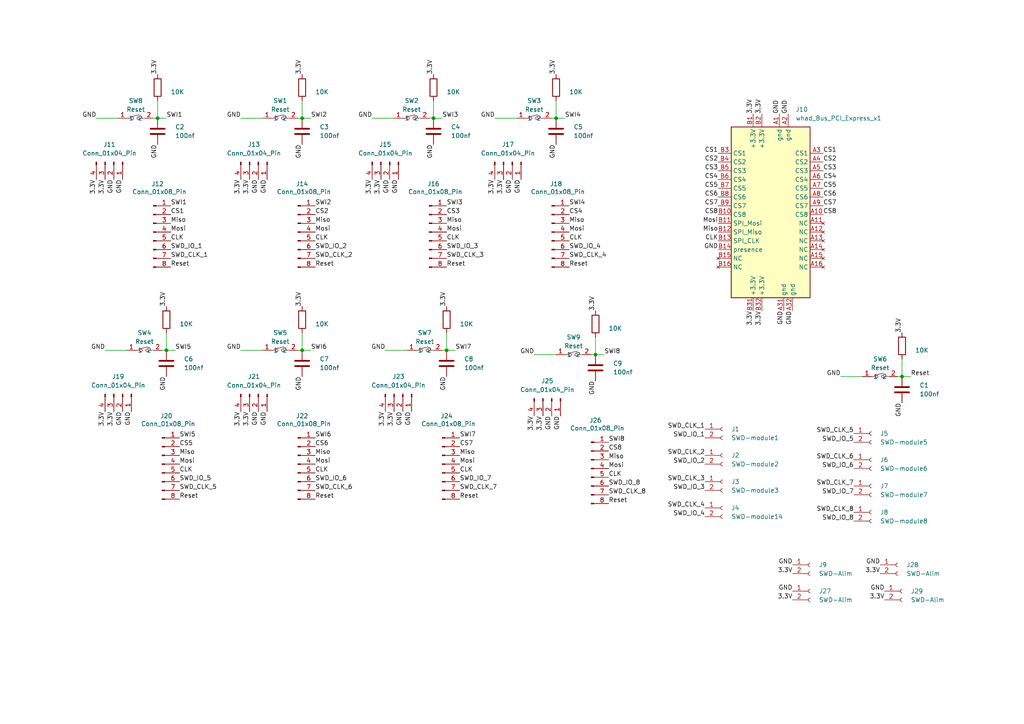
<source format=kicad_sch>
(kicad_sch (version 20250114) (generator "eeschema") (generator_version "9.0")
  (paper "A4")
  (lib_symbols
    (symbol "Connector:Conn_01x02_Socket" (pin_names (offset 1.016) (hide yes))
      (property "Reference" "J" (at 0 2.54 0))
      (property "Value" "Conn_01x02_Socket" (at 0 -5.08 0))
      (symbol "Conn_01x02_Socket_1_1"
        (polyline (pts (xy -1.27 0) (xy -0.508 0)) (stroke (width 0.1524)))
        (polyline (pts (xy -1.27 -2.54) (xy -0.508 -2.54)) (stroke (width 0.1524)))
        (arc (start 0 -0.508) (mid -0.5058 0) (end 0 0.508) (stroke (width 0.1524)))
        (arc (start 0 -3.048) (mid -0.5058 -2.54) (end 0 -2.032) (stroke (width 0.1524)))
        (pin passive line (at -5.08 0 0) (length 3.81) (name "Pin_1") (number "1"))
        (pin passive line (at -5.08 -2.54 0) (length 3.81) (name "Pin_2") (number "2"))
      )
    )
    (symbol "Connector:Conn_01x04_Pin" (pin_names (offset 1.016) (hide yes))
      (property "Reference" "J" (at 0 5.08 0))
      (property "Value" "Conn_01x04_Pin" (at 0 -7.62 0))
      (symbol "Conn_01x04_Pin_1_1"
        (rectangle (start 0.8636 2.667) (end 0 2.413) (stroke (width 0.1524)) (fill (type outline)))
        (rectangle (start 0.8636 0.127) (end 0 -0.127) (stroke (width 0.1524)) (fill (type outline)))
        (rectangle (start 0.8636 -2.413) (end 0 -2.667) (stroke (width 0.1524)) (fill (type outline)))
        (rectangle (start 0.8636 -4.953) (end 0 -5.207) (stroke (width 0.1524)) (fill (type outline)))
        (polyline (pts (xy 1.27 2.54) (xy 0.8636 2.54)) (stroke (width 0.1524)))
        (polyline (pts (xy 1.27 0) (xy 0.8636 0)) (stroke (width 0.1524)))
        (polyline (pts (xy 1.27 -2.54) (xy 0.8636 -2.54)) (stroke (width 0.1524)))
        (polyline (pts (xy 1.27 -5.08) (xy 0.8636 -5.08)) (stroke (width 0.1524)))
        (pin passive line (at 5.08 2.54 180) (length 3.81) (name "Pin_1") (number "1"))
        (pin passive line (at 5.08 0 180) (length 3.81) (name "Pin_2") (number "2"))
        (pin passive line (at 5.08 -2.54 180) (length 3.81) (name "Pin_3") (number "3"))
        (pin passive line (at 5.08 -5.08 180) (length 3.81) (name "Pin_4") (number "4"))
      )
    )
    (symbol "Connector:Conn_01x08_Pin" (pin_names (offset 1.016) (hide yes))
      (property "Reference" "J" (at 0 10.16 0))
      (property "Value" "Conn_01x08_Pin" (at 0 -12.7 0))
      (symbol "Conn_01x08_Pin_1_1"
        (rectangle (start 0.8636 7.747) (end 0 7.493) (stroke (width 0.1524)) (fill (type outline)))
        (rectangle (start 0.8636 5.207) (end 0 4.953) (stroke (width 0.1524)) (fill (type outline)))
        (rectangle (start 0.8636 2.667) (end 0 2.413) (stroke (width 0.1524)) (fill (type outline)))
        (rectangle (start 0.8636 0.127) (end 0 -0.127) (stroke (width 0.1524)) (fill (type outline)))
        (rectangle (start 0.8636 -2.413) (end 0 -2.667) (stroke (width 0.1524)) (fill (type outline)))
        (rectangle (start 0.8636 -4.953) (end 0 -5.207) (stroke (width 0.1524)) (fill (type outline)))
        (rectangle (start 0.8636 -7.493) (end 0 -7.747) (stroke (width 0.1524)) (fill (type outline)))
        (rectangle (start 0.8636 -10.033) (end 0 -10.287) (stroke (width 0.1524)) (fill (type outline)))
        (polyline (pts (xy 1.27 7.62) (xy 0.8636 7.62)) (stroke (width 0.1524)))
        (polyline (pts (xy 1.27 5.08) (xy 0.8636 5.08)) (stroke (width 0.1524)))
        (polyline (pts (xy 1.27 2.54) (xy 0.8636 2.54)) (stroke (width 0.1524)))
        (polyline (pts (xy 1.27 0) (xy 0.8636 0)) (stroke (width 0.1524)))
        (polyline (pts (xy 1.27 -2.54) (xy 0.8636 -2.54)) (stroke (width 0.1524)))
        (polyline (pts (xy 1.27 -5.08) (xy 0.8636 -5.08)) (stroke (width 0.1524)))
        (polyline (pts (xy 1.27 -7.62) (xy 0.8636 -7.62)) (stroke (width 0.1524)))
        (polyline (pts (xy 1.27 -10.16) (xy 0.8636 -10.16)) (stroke (width 0.1524)))
        (pin passive line (at 5.08 7.62 180) (length 3.81) (name "Pin_1") (number "1"))
        (pin passive line (at 5.08 5.08 180) (length 3.81) (name "Pin_2") (number "2"))
        (pin passive line (at 5.08 2.54 180) (length 3.81) (name "Pin_3") (number "3"))
        (pin passive line (at 5.08 0 180) (length 3.81) (name "Pin_4") (number "4"))
        (pin passive line (at 5.08 -2.54 180) (length 3.81) (name "Pin_5") (number "5"))
        (pin passive line (at 5.08 -5.08 180) (length 3.81) (name "Pin_6") (number "6"))
        (pin passive line (at 5.08 -7.62 180) (length 3.81) (name "Pin_7") (number "7"))
        (pin passive line (at 5.08 -10.16 180) (length 3.81) (name "Pin_8") (number "8"))
      )
    )
    (symbol "Device:C" (pin_numbers (hide yes)) (pin_names (offset 0.254))
      (property "Reference" "C" (at 0.635 2.54 0))
      (property "Value" "C" (at 0.635 -2.54 0))
      (symbol "C_0_1"
        (polyline (pts (xy -2.032 0.762) (xy 2.032 0.762)) (stroke (width 0.508)))
        (polyline (pts (xy -2.032 -0.762) (xy 2.032 -0.762)) (stroke (width 0.508)))
      )
      (symbol "C_1_1"
        (pin passive line (at 0 3.81 270) (length 2.794) (name "~") (number "1"))
        (pin passive line (at 0 -3.81 90) (length 2.794) (name "~") (number "2"))
      )
    )
    (symbol "Device:R" (pin_numbers (hide yes)) (pin_names (offset 0))
      (property "Reference" "R" (at 2.032 0 90))
      (property "Value" "R" (at 0 0 90))
      (symbol "R_0_1"
        (rectangle (start -1.016 -2.54) (end 1.016 2.54) (stroke (width 0.254)))
      )
      (symbol "R_1_1"
        (pin passive line (at 0 3.81 270) (length 1.27) (name "~") (number "1"))
        (pin passive line (at 0 -3.81 90) (length 1.27) (name "~") (number "2"))
      )
    )
    (symbol "lcsc:ZX-QC36-4.3TPWD"
      (property "Reference" "U" (at 0 5.08 0))
      (property "Value" "ZX-QC36-4.3TPWD" (at 0 -5.08 0))
      (symbol "ZX-QC36-4.3TPWD_0_1"
        (polyline (pts (xy -1.52 0) (xy -2.54 0)))
        (polyline (pts (xy -1.02 0.51) (xy 1.02 1.02)))
        (circle (center -1.02 0) (radius 0.38))
        (circle (center 0.76 0) (radius 0.38))
        (polyline (pts (xy 1.27 0) (xy 2.29 0)))
        (pin unspecified line (at -5.08 0 0) (length 2.54) (name "1") (number "1"))
        (pin unspecified line (at 5.08 0 180) (length 2.54) (name "2") (number "2"))
      )
    )
    (symbol "lib_whad:whad_Bus_PCI_Express_x1_male"
      (property "Reference" "J" (at -35.306 20.066 0))
      (property "Value" "whad_Bus_PCI_Express_x1" (at -1.27 34.036 0))
      (symbol "whad_Bus_PCI_Express_x1_male_0_1"
        (rectangle (start -11.43 21.59) (end 11.43 -27.94) (stroke (width 0.254)) (fill (type background)))
      )
      (symbol "whad_Bus_PCI_Express_x1_male_1_1"
        (pin input line (at -15.24 13.97 0) (length 3.81) (name "CS1") (number "B3"))
        (pin input line (at -15.24 11.43 0) (length 3.81) (name "CS2") (number "B4"))
        (pin input line (at -15.24 8.89 0) (length 3.81) (name "CS3") (number "B5"))
        (pin input line (at -15.24 6.35 0) (length 3.81) (name "CS4") (number "B6"))
        (pin input line (at -15.24 3.81 0) (length 3.81) (name "CS5") (number "B7"))
        (pin input line (at -15.24 1.27 0) (length 3.81) (name "CS6") (number "B8"))
        (pin input line (at -15.24 -1.27 0) (length 3.81) (name "CS7") (number "B9"))
        (pin input line (at -15.24 -3.81 0) (length 3.81) (name "CS8") (number "B10"))
        (pin bidirectional line (at -15.24 -6.35 0) (length 3.81) (name "SPI_Mosi") (number "B11"))
        (pin bidirectional line (at -15.24 -8.89 0) (length 3.81) (name "SPI_Miso") (number "B12"))
        (pin bidirectional line (at -15.24 -11.43 0) (length 3.81) (name "SPI_CLK") (number "B13"))
        (pin bidirectional line (at -15.24 -13.97 0) (length 3.81) (name "presence") (number "B14"))
        (pin no_connect line (at -15.24 -16.51 0) (length 3.81) (name "NC") (number "B15"))
        (pin no_connect line (at -15.24 -19.05 0) (length 3.81) (name "NC") (number "B16"))
        (pin input line (at -5.08 25.4 270) (length 3.81) (name "+3.3V") (number "B1"))
        (pin input line (at -5.08 -31.75 90) (length 3.81) (name "+3.3V") (number "B31"))
        (pin input line (at -2.54 25.4 270) (length 3.81) (name "+3.3V") (number "B2"))
        (pin input line (at -2.54 -31.75 90) (length 3.81) (name "+3.3V") (number "B32"))
        (pin input line (at 2.54 25.4 270) (length 3.81) (name "gnd") (number "A1"))
        (pin input line (at 3.81 -31.75 90) (length 3.81) (name "gnd") (number "A31"))
        (pin input line (at 5.08 25.4 270) (length 3.81) (name "gnd") (number "A2"))
        (pin input line (at 6.35 -31.75 90) (length 3.81) (name "gnd") (number "A32"))
        (pin input line (at 15.24 13.97 180) (length 3.81) (name "CS1") (number "A3"))
        (pin input line (at 15.24 11.43 180) (length 3.81) (name "CS2") (number "A4"))
        (pin input line (at 15.24 8.89 180) (length 3.81) (name "CS3") (number "A5"))
        (pin input line (at 15.24 6.35 180) (length 3.81) (name "CS4") (number "A6"))
        (pin input line (at 15.24 3.81 180) (length 3.81) (name "CS5") (number "A7"))
        (pin input line (at 15.24 1.27 180) (length 3.81) (name "CS6") (number "A8"))
        (pin input line (at 15.24 -1.27 180) (length 3.81) (name "CS7") (number "A9"))
        (pin input line (at 15.24 -3.81 180) (length 3.81) (name "CS8") (number "A10"))
        (pin no_connect line (at 15.24 -6.35 180) (length 3.81) (name "NC") (number "A11"))
        (pin no_connect line (at 15.24 -8.89 180) (length 3.81) (name "NC") (number "A12"))
        (pin no_connect line (at 15.24 -11.43 180) (length 3.81) (name "NC") (number "A13"))
        (pin no_connect line (at 15.24 -13.97 180) (length 3.81) (name "NC") (number "A14"))
        (pin no_connect line (at 15.24 -16.51 180) (length 3.81) (name "NC") (number "A15"))
        (pin no_connect line (at 15.24 -19.05 180) (length 3.81) (name "NC") (number "A16"))
      )
    )
  )
  (junction (at 172.72 102.87))
  (junction (at 87.63 101.6))
  (junction (at 45.72 34.29))
  (junction (at 261.62 109.22))
  (junction (at 87.63 34.29))
  (junction (at 125.73 34.29))
  (junction (at 48.26 101.6))
  (junction (at 161.29 34.29))
  (junction (at 129.54 101.6))
  (wire (pts (xy 45.72 29.21) (xy 45.72 34.29)))
  (wire (pts (xy 261.62 104.14) (xy 261.62 109.22)))
  (wire (pts (xy 45.72 34.29) (xy 48.26 34.29)))
  (wire (pts (xy 129.54 101.6) (xy 132.08 101.6)))
  (wire (pts (xy 46.99 101.6) (xy 48.26 101.6)))
  (wire (pts (xy 128.27 101.6) (xy 129.54 101.6)))
  (wire (pts (xy 87.63 96.52) (xy 87.63 101.6)))
  (wire (pts (xy 124.46 34.29) (xy 125.73 34.29)))
  (wire (pts (xy 111.76 101.6) (xy 118.11 101.6)))
  (wire (pts (xy 44.45 34.29) (xy 45.72 34.29)))
  (wire (pts (xy 87.63 29.21) (xy 87.63 34.29)))
  (wire (pts (xy 160.02 34.29) (xy 161.29 34.29)))
  (wire (pts (xy 172.72 102.87) (xy 175.26 102.87)))
  (wire (pts (xy 161.29 29.21) (xy 161.29 34.29)))
  (wire (pts (xy 143.51 34.29) (xy 149.86 34.29)))
  (wire (pts (xy 86.36 101.6) (xy 87.63 101.6)))
  (wire (pts (xy 243.84 109.22) (xy 250.19 109.22)))
  (wire (pts (xy 260.35 109.22) (xy 261.62 109.22)))
  (wire (pts (xy 48.26 101.6) (xy 50.8 101.6)))
  (wire (pts (xy 87.63 101.6) (xy 90.17 101.6)))
  (wire (pts (xy 125.73 29.21) (xy 125.73 34.29)))
  (wire (pts (xy 125.73 34.29) (xy 128.27 34.29)))
  (wire (pts (xy 30.48 101.6) (xy 36.83 101.6)))
  (wire (pts (xy 107.95 34.29) (xy 114.3 34.29)))
  (wire (pts (xy 154.94 102.87) (xy 161.29 102.87)))
  (wire (pts (xy 48.26 96.52) (xy 48.26 101.6)))
  (wire (pts (xy 261.62 109.22) (xy 264.16 109.22)))
  (wire (pts (xy 87.63 34.29) (xy 90.17 34.29)))
  (wire (pts (xy 69.85 34.29) (xy 76.2 34.29)))
  (wire (pts (xy 172.72 97.79) (xy 172.72 102.87)))
  (wire (pts (xy 171.45 102.87) (xy 172.72 102.87)))
  (wire (pts (xy 27.94 34.29) (xy 34.29 34.29)))
  (wire (pts (xy 129.54 96.52) (xy 129.54 101.6)))
  (wire (pts (xy 69.85 101.6) (xy 76.2 101.6)))
  (wire (pts (xy 161.29 34.29) (xy 163.83 34.29)))
  (wire (pts (xy 86.36 34.29) (xy 87.63 34.29)))
  (label "3.3V" (at 110.49 52.07 270))
  (label "CS4" (at 165.1 62.23 0))
  (label "CLK" (at 208.28 69.85 180))
  (label "SWD_CLK_8" (at 176.53 143.51 0))
  (label "CS1" (at 208.28 44.45 180))
  (label "Reset" (at 165.1 77.47 0))
  (label "SWD_CLK_4" (at 204.47 147.32 180))
  (label "Miso" (at 208.28 67.31 180))
  (label "3.3V" (at 261.62 96.52 90))
  (label "SWI2" (at 91.44 59.69 0))
  (label "CS6" (at 91.44 129.54 0))
  (label "CS4" (at 208.28 52.07 180))
  (label "CS2" (at 91.44 62.23 0))
  (label "GND" (at 38.1 119.38 270))
  (label "Miso" (at 91.44 132.08 0))
  (label "SWI8" (at 176.53 128.27 0))
  (label "SWD_CLK_6" (at 91.44 142.24 0))
  (label "CLK" (at 133.35 137.16 0))
  (label "Mosi" (at 91.44 134.62 0))
  (label "CLK" (at 91.44 69.85 0))
  (label "CS7" (at 208.28 59.69 180))
  (label "CS3" (at 238.76 49.53 0))
  (label "3.3V" (at 143.51 52.07 270))
  (label "Reset" (at 49.53 77.47 0))
  (label "SWD_IO_4" (at 204.47 149.86 180))
  (label "GND" (at 154.94 102.87 180))
  (label "GND" (at 35.56 119.38 270))
  (label "SWD_CLK_8" (at 247.65 148.59 180))
  (label "GND" (at 229.87 171.45 180))
  (label "SWD_IO_2" (at 91.44 72.39 0))
  (label "SWD_CLK_7" (at 247.65 140.97 180))
  (label "GND" (at 227.33 90.17 270))
  (label "3.3V" (at 229.87 173.99 180))
  (label "SWD_IO_7" (at 247.65 143.51 180))
  (label "SWI5" (at 52.07 127 0))
  (label "SWD_IO_1" (at 204.47 127 180))
  (label "SWD_CLK_2" (at 91.44 74.93 0))
  (label "SWD_IO_4" (at 165.1 72.39 0))
  (label "GND" (at 208.28 72.39 180))
  (label "Reset" (at 129.54 77.47 0))
  (label "Mosi" (at 176.53 135.89 0))
  (label "GND" (at 129.54 109.22 270))
  (label "Miso" (at 52.07 132.08 0))
  (label "GND" (at 111.76 101.6 180))
  (label "GND" (at 119.38 119.38 270))
  (label "Miso" (at 165.1 64.77 0))
  (label "Miso" (at 176.53 133.35 0))
  (label "SWI1" (at 48.26 34.29 0))
  (label "GND" (at 48.26 109.22 270))
  (label "CS8" (at 238.76 62.23 0))
  (label "GND" (at 74.93 119.38 270))
  (label "SWI2" (at 90.17 34.29 0))
  (label "SWD_CLK_1" (at 49.53 74.93 0))
  (label "Reset" (at 264.16 109.22 0))
  (label "GND" (at 161.29 41.91 270))
  (label "SWD_CLK_5" (at 52.07 142.24 0))
  (label "Reset" (at 91.44 77.47 0))
  (label "SWI3" (at 128.27 34.29 0))
  (label "CS5" (at 52.07 129.54 0))
  (label "SWD_IO_3" (at 204.47 142.24 180))
  (label "SWD_IO_5" (at 52.07 139.7 0))
  (label "CS8" (at 208.28 62.23 180))
  (label "CLK" (at 91.44 137.16 0))
  (label "GND" (at 113.03 52.07 270))
  (label "SWI8" (at 175.26 102.87 0))
  (label "SWI4" (at 163.83 34.29 0))
  (label "GND" (at 33.02 52.07 270))
  (label "Reset" (at 91.44 144.78 0))
  (label "Mosi" (at 208.28 64.77 180))
  (label "SWD_CLK_1" (at 204.47 124.46 180))
  (label "SWD_IO_2" (at 204.47 134.62 180))
  (label "3.3V" (at 220.98 90.17 270))
  (label "Mosi" (at 165.1 67.31 0))
  (label "3.3V" (at 129.54 88.9 90))
  (label "3.3V" (at 229.87 166.37 180))
  (label "Mosi" (at 49.53 67.31 0))
  (label "SWD_CLK_3" (at 129.54 74.93 0))
  (label "3.3V" (at 161.29 21.59 90))
  (label "3.3V" (at 107.95 52.07 270))
  (label "3.3V" (at 69.85 119.38 270))
  (label "GND" (at 151.13 52.07 270))
  (label "3.3V" (at 218.44 90.17 270))
  (label "SWD_IO_8" (at 247.65 151.13 180))
  (label "Reset" (at 176.53 146.05 0))
  (label "GND" (at 226.06 33.02 90))
  (label "SWD_CLK_2" (at 204.47 132.08 180))
  (label "GND" (at 261.62 116.84 270))
  (label "CS6" (at 238.76 57.15 0))
  (label "CS7" (at 133.35 129.54 0))
  (label "3.3V" (at 256.54 173.99 180))
  (label "CS7" (at 238.76 59.69 0))
  (label "GND" (at 229.87 163.83 180))
  (label "GND" (at 69.85 101.6 180))
  (label "3.3V" (at 111.76 119.38 270))
  (label "GND" (at 77.47 52.07 270))
  (label "SWD_IO_6" (at 247.65 135.89 180))
  (label "GND" (at 107.95 34.29 180))
  (label "GND" (at 243.84 109.22 180))
  (label "GND" (at 125.73 41.91 270))
  (label "Reset" (at 52.07 144.78 0))
  (label "SWD_IO_6" (at 91.44 139.7 0))
  (label "3.3V" (at 125.73 21.59 90))
  (label "GND" (at 160.02 120.65 270))
  (label "SWI4" (at 165.1 59.69 0))
  (label "3.3V" (at 220.98 33.02 90))
  (label "GND" (at 116.84 119.38 270))
  (label "CLK" (at 49.53 69.85 0))
  (label "CS3" (at 129.54 62.23 0))
  (label "GND" (at 162.56 120.65 270))
  (label "3.3V" (at 69.85 52.07 270))
  (label "3.3V" (at 146.05 52.07 270))
  (label "SWD_CLK_5" (at 247.65 125.73 180))
  (label "GND" (at 229.87 90.17 270))
  (label "CS2" (at 208.28 46.99 180))
  (label "3.3V" (at 33.02 119.38 270))
  (label "SWI5" (at 50.8 101.6 0))
  (label "SWI1" (at 49.53 59.69 0))
  (label "GND" (at 256.54 171.45 180))
  (label "CS1" (at 238.76 44.45 0))
  (label "SWD_IO_1" (at 49.53 72.39 0))
  (label "GND" (at 45.72 41.91 270))
  (label "GND" (at 255.27 163.83 180))
  (label "3.3V" (at 87.63 21.59 90))
  (label "CS2" (at 238.76 46.99 0))
  (label "SWD_IO_7" (at 133.35 139.7 0))
  (label "GND" (at 74.93 52.07 270))
  (label "Miso" (at 133.35 132.08 0))
  (label "Miso" (at 129.54 64.77 0))
  (label "CS1" (at 49.53 62.23 0))
  (label "SWD_CLK_4" (at 165.1 74.93 0))
  (label "SWD_IO_8" (at 176.53 140.97 0))
  (label "3.3V" (at 72.39 52.07 270))
  (label "3.3V" (at 172.72 90.17 90))
  (label "CS3" (at 208.28 49.53 180))
  (label "GND" (at 30.48 101.6 180))
  (label "SWD_IO_5" (at 247.65 128.27 180))
  (label "CLK" (at 52.07 137.16 0))
  (label "3.3V" (at 27.94 52.07 270))
  (label "CS5" (at 208.28 54.61 180))
  (label "3.3V" (at 154.94 120.65 270))
  (label "SWD_CLK_3" (at 204.47 139.7 180))
  (label "GND" (at 77.47 119.38 270))
  (label "Miso" (at 49.53 64.77 0))
  (label "3.3V" (at 72.39 119.38 270))
  (label "GND" (at 87.63 109.22 270))
  (label "Reset" (at 133.35 144.78 0))
  (label "GND" (at 228.6 33.02 90))
  (label "GND" (at 172.72 110.49 270))
  (label "3.3V" (at 157.48 120.65 270))
  (label "Mosi" (at 52.07 134.62 0))
  (label "3.3V" (at 48.26 88.9 90))
  (label "3.3V" (at 45.72 21.59 90))
  (label "GND" (at 143.51 34.29 180))
  (label "GND" (at 27.94 34.29 180))
  (label "CS4" (at 238.76 52.07 0))
  (label "Mosi" (at 91.44 67.31 0))
  (label "SWD_IO_3" (at 129.54 72.39 0))
  (label "CS8" (at 176.53 130.81 0))
  (label "SWI3" (at 129.54 59.69 0))
  (label "Miso" (at 91.44 64.77 0))
  (label "SWI6" (at 91.44 127 0))
  (label "CS5" (at 238.76 54.61 0))
  (label "GND" (at 69.85 34.29 180))
  (label "GND" (at 115.57 52.07 270))
  (label "GND" (at 148.59 52.07 270))
  (label "3.3V" (at 114.3 119.38 270))
  (label "SWI6" (at 90.17 101.6 0))
  (label "3.3V" (at 30.48 52.07 270))
  (label "CS6" (at 208.28 57.15 180))
  (label "SWI7" (at 133.35 127 0))
  (label "3.3V" (at 87.63 88.9 90))
  (label "Mosi" (at 129.54 67.31 0))
  (label "3.3V" (at 255.27 166.37 180))
  (label "CLK" (at 129.54 69.85 0))
  (label "SWI7" (at 132.08 101.6 0))
  (label "GND" (at 35.56 52.07 270))
  (label "CLK" (at 165.1 69.85 0))
  (label "SWD_CLK_7" (at 133.35 142.24 0))
  (label "CLK" (at 176.53 138.43 0))
  (label "SWD_CLK_6" (at 247.65 133.35 180))
  (label "3.3V" (at 218.44 33.02 90))
  (label "Mosi" (at 133.35 134.62 0))
  (label "GND" (at 87.63 41.91 270))
  (label "3.3V" (at 30.48 119.38 270))
  (symbol (lib_id "Device:C") (at 87.63 38.1 0) (unit 1)
    (property "Reference" "C3" (at 92.71 36.8299 0) (effects (justify left)))
    (property "Value" "100nf" (at 92.71 39.3699 0) (effects (justify left)))
    (property "Footprint" "Capacitor_SMD:C_0603_1608Metric" (effects (hide yes)))
    (property "Description" "Unpolarized capacitor" (effects (hide yes)))
  )
  (symbol (lib_id "Connector:Conn_01x02_Socket") (at 252.73 125.73 0) (unit 1)
    (property "Reference" "J5" (at 255.27 125.7299 0) (effects (justify left)))
    (property "Value" "SWD-module5" (at 255.27 128.2699 0) (effects (justify left)))
    (property "Footprint" "Connector_PinHeader_2.54mm:PinHeader_1x02_P2.54mm_Vertical" (effects (hide yes)))
    (property "Description" "Generic connector, single row, 01x02, script generated" (effects (hide yes)))
  )
  (symbol (lib_id "lcsc:ZX-QC36-4.3TPWD") (at 123.19 101.6 0) (unit 1)
    (property "Reference" "SW7" (at 123.19 96.52 0))
    (property "Value" "Reset" (at 123.19 99.06 0))
    (property "Footprint" ":KEY-SMD_L6.0-W3.5-LS8.0" (effects (hide yes)))
    (property "LCSC Part" "C7470221" (effects (hide yes)))
  )
  (symbol (lib_id "Device:R") (at 48.26 92.71 0) (unit 1)
    (property "Reference" "R4" (effects (hide yes)))
    (property "Value" "10K" (at 52.07 93.9799 0) (effects (justify left)))
    (property "Footprint" "Resistor_SMD:R_0603_1608Metric" (effects (hide yes)))
    (property "Description" "Resistor" (effects (hide yes)))
  )
  (symbol (lib_id "lcsc:ZX-QC36-4.3TPWD") (at 39.37 34.29 0) (unit 1)
    (property "Reference" "SW8" (at 39.37 29.21 0))
    (property "Value" "Reset" (at 39.37 31.75 0))
    (property "Footprint" ":KEY-SMD_L6.0-W3.5-LS8.0" (effects (hide yes)))
    (property "LCSC Part" "C7470221" (effects (hide yes)))
  )
  (symbol (lib_id "Connector:Conn_01x02_Socket") (at 234.95 171.45 0) (unit 1)
    (property "Reference" "J27" (at 237.49 171.4499 0) (effects (justify left)))
    (property "Value" "SWD-Alim" (at 237.49 173.9899 0) (effects (justify left)))
    (property "Footprint" "Connector_PinHeader_2.54mm:PinHeader_1x02_P2.54mm_Vertical" (effects (hide yes)))
    (property "Description" "Generic connector, single row, 01x02, script generated" (effects (hide yes)))
  )
  (symbol (lib_id "Connector:Conn_01x08_Pin") (at 128.27 134.62 0) (unit 1)
    (property "Reference" "J24" (at 129.54 120.65 0))
    (property "Value" "Conn_01x08_Pin" (at 130.048 122.936 0))
    (property "Footprint" "Connector_PinHeader_1.27mm:PinHeader_1x08_P1.27mm_Vertical" (effects (hide yes)))
    (property "Description" "Generic connector, single row, 01x08, script generated" (effects (hide yes)))
  )
  (symbol (lib_id "Device:C") (at 87.63 105.41 0) (unit 1)
    (property "Reference" "C7" (at 92.71 104.1399 0) (effects (justify left)))
    (property "Value" "100nf" (at 92.71 106.6799 0) (effects (justify left)))
    (property "Footprint" "Capacitor_SMD:C_0603_1608Metric" (effects (hide yes)))
    (property "Description" "Unpolarized capacitor" (effects (hide yes)))
  )
  (symbol (lib_id "Connector:Conn_01x04_Pin") (at 74.93 46.99 270) (unit 1)
    (property "Reference" "J13" (at 73.66 41.91 90))
    (property "Value" "Conn_01x04_Pin" (at 73.66 44.45 90))
    (property "Footprint" "Connector_PinHeader_1.27mm:PinHeader_1x04_P1.27mm_Vertical" (effects (hide yes)))
    (property "Description" "Generic connector, single row, 01x04, script generated" (effects (hide yes)))
  )
  (symbol (lib_id "Connector:Conn_01x02_Socket") (at 209.55 132.08 0) (unit 1)
    (property "Reference" "J2" (at 212.09 132.0799 0) (effects (justify left)))
    (property "Value" "SWD-module2" (at 212.09 134.6199 0) (effects (justify left)))
    (property "Footprint" "Connector_PinHeader_2.54mm:PinHeader_1x02_P2.54mm_Vertical" (effects (hide yes)))
    (property "Description" "Generic connector, single row, 01x02, script generated" (effects (hide yes)))
  )
  (symbol (lib_id "Device:R") (at 172.72 93.98 0) (unit 1)
    (property "Reference" "R7" (effects (hide yes)))
    (property "Value" "10K" (at 176.53 95.2499 0) (effects (justify left)))
    (property "Footprint" "Resistor_SMD:R_0603_1608Metric" (effects (hide yes)))
    (property "Description" "Resistor" (effects (hide yes)))
  )
  (symbol (lib_id "Device:C") (at 125.73 38.1 0) (unit 1)
    (property "Reference" "C4" (at 130.81 36.8299 0) (effects (justify left)))
    (property "Value" "100nf" (at 130.81 39.3699 0) (effects (justify left)))
    (property "Footprint" "Capacitor_SMD:C_0603_1608Metric" (effects (hide yes)))
    (property "Description" "Unpolarized capacitor" (effects (hide yes)))
  )
  (symbol (lib_id "lcsc:ZX-QC36-4.3TPWD") (at 166.37 102.87 0) (unit 1)
    (property "Reference" "SW9" (at 166.37 97.79 0))
    (property "Value" "Reset" (at 166.37 100.33 0))
    (property "Footprint" ":KEY-SMD_L6.0-W3.5-LS8.0" (effects (hide yes)))
    (property "LCSC Part" "C7470221" (effects (hide yes)))
  )
  (symbol (lib_id "Connector:Conn_01x08_Pin") (at 46.99 134.62 0) (unit 1)
    (property "Reference" "J20" (at 48.26 120.65 0))
    (property "Value" "Conn_01x08_Pin" (at 48.768 122.936 0))
    (property "Footprint" "Connector_PinHeader_1.27mm:PinHeader_1x08_P1.27mm_Vertical" (effects (hide yes)))
    (property "Description" "Generic connector, single row, 01x08, script generated" (effects (hide yes)))
  )
  (symbol (lib_id "lcsc:ZX-QC36-4.3TPWD") (at 255.27 109.22 0) (unit 1)
    (property "Reference" "SW6" (at 255.27 104.14 0))
    (property "Value" "Reset" (at 255.27 106.68 0))
    (property "Footprint" ":KEY-SMD_L6.0-W3.5-LS8.0" (effects (hide yes)))
    (property "LCSC Part" "C7470221" (effects (hide yes)))
  )
  (symbol (lib_id "Connector:Conn_01x04_Pin") (at 74.93 114.3 270) (unit 1)
    (property "Reference" "J21" (at 73.66 109.22 90))
    (property "Value" "Conn_01x04_Pin" (at 73.66 111.76 90))
    (property "Footprint" "Connector_PinHeader_1.27mm:PinHeader_1x04_P1.27mm_Vertical" (effects (hide yes)))
    (property "Description" "Generic connector, single row, 01x04, script generated" (effects (hide yes)))
  )
  (symbol (lib_id "Connector:Conn_01x04_Pin") (at 116.84 114.3 270) (unit 1)
    (property "Reference" "J23" (at 115.57 109.22 90))
    (property "Value" "Conn_01x04_Pin" (at 115.57 111.76 90))
    (property "Footprint" "Connector_PinHeader_1.27mm:PinHeader_1x04_P1.27mm_Vertical" (effects (hide yes)))
    (property "Description" "Generic connector, single row, 01x04, script generated" (effects (hide yes)))
  )
  (symbol (lib_id "Device:R") (at 87.63 25.4 0) (unit 1)
    (property "Reference" "R1" (effects (hide yes)))
    (property "Value" "10K" (at 91.44 26.6699 0) (effects (justify left)))
    (property "Footprint" "Resistor_SMD:R_0603_1608Metric" (effects (hide yes)))
    (property "Description" "Resistor" (effects (hide yes)))
  )
  (symbol (lib_id "lcsc:ZX-QC36-4.3TPWD") (at 119.38 34.29 0) (unit 1)
    (property "Reference" "SW2" (at 119.38 29.21 0))
    (property "Value" "Reset" (at 119.38 31.75 0))
    (property "Footprint" ":KEY-SMD_L6.0-W3.5-LS8.0" (effects (hide yes)))
    (property "LCSC Part" "C7470221" (effects (hide yes)))
  )
  (symbol (lib_id "Connector:Conn_01x02_Socket") (at 252.73 133.35 0) (unit 1)
    (property "Reference" "J6" (at 255.27 133.3499 0) (effects (justify left)))
    (property "Value" "SWD-module6" (at 255.27 135.8899 0) (effects (justify left)))
    (property "Footprint" "Connector_PinHeader_2.54mm:PinHeader_1x02_P2.54mm_Vertical" (effects (hide yes)))
    (property "Description" "Generic connector, single row, 01x02, script generated" (effects (hide yes)))
  )
  (symbol (lib_id "Connector:Conn_01x02_Socket") (at 252.73 148.59 0) (unit 1)
    (property "Reference" "J8" (at 255.27 148.5899 0) (effects (justify left)))
    (property "Value" "SWD-module8" (at 255.27 151.1299 0) (effects (justify left)))
    (property "Footprint" "Connector_PinHeader_2.54mm:PinHeader_1x02_P2.54mm_Vertical" (effects (hide yes)))
    (property "Description" "Generic connector, single row, 01x02, script generated" (effects (hide yes)))
  )
  (symbol (lib_id "lcsc:ZX-QC36-4.3TPWD") (at 154.94 34.29 0) (unit 1)
    (property "Reference" "SW3" (at 154.94 29.21 0))
    (property "Value" "Reset" (at 154.94 31.75 0))
    (property "Footprint" ":KEY-SMD_L6.0-W3.5-LS8.0" (effects (hide yes)))
    (property "LCSC Part" "C7470221" (effects (hide yes)))
  )
  (symbol (lib_id "Device:C") (at 129.54 105.41 0) (unit 1)
    (property "Reference" "C8" (at 134.62 104.1399 0) (effects (justify left)))
    (property "Value" "100nf" (at 134.62 106.6799 0) (effects (justify left)))
    (property "Footprint" "Capacitor_SMD:C_0603_1608Metric" (effects (hide yes)))
    (property "Description" "Unpolarized capacitor" (effects (hide yes)))
  )
  (symbol (lib_id "Connector:Conn_01x02_Socket") (at 209.55 139.7 0) (unit 1)
    (property "Reference" "J3" (at 212.09 139.6999 0) (effects (justify left)))
    (property "Value" "SWD-module3" (at 212.09 142.2399 0) (effects (justify left)))
    (property "Footprint" "Connector_PinHeader_2.54mm:PinHeader_1x02_P2.54mm_Vertical" (effects (hide yes)))
    (property "Description" "Generic connector, single row, 01x02, script generated" (effects (hide yes)))
  )
  (symbol (lib_id "Device:R") (at 261.62 100.33 0) (unit 1)
    (property "Reference" "R18" (effects (hide yes)))
    (property "Value" "10K" (at 265.43 101.5999 0) (effects (justify left)))
    (property "Footprint" "Resistor_SMD:R_0603_1608Metric" (effects (hide yes)))
    (property "Description" "Resistor" (effects (hide yes)))
  )
  (symbol (lib_id "Connector:Conn_01x08_Pin") (at 86.36 67.31 0) (unit 1)
    (property "Reference" "J14" (at 87.63 53.34 0))
    (property "Value" "Conn_01x08_Pin" (at 88.138 55.626 0))
    (property "Footprint" "Connector_PinHeader_1.27mm:PinHeader_1x08_P1.27mm_Vertical" (effects (hide yes)))
    (property "Description" "Generic connector, single row, 01x08, script generated" (effects (hide yes)))
  )
  (symbol (lib_id "Device:R") (at 129.54 92.71 0) (unit 1)
    (property "Reference" "R6" (effects (hide yes)))
    (property "Value" "10K" (at 133.35 93.9799 0) (effects (justify left)))
    (property "Footprint" "Resistor_SMD:R_0603_1608Metric" (effects (hide yes)))
    (property "Description" "Resistor" (effects (hide yes)))
  )
  (symbol (lib_id "Connector:Conn_01x02_Socket") (at 209.55 124.46 0) (unit 1)
    (property "Reference" "J1" (at 212.09 124.4599 0) (effects (justify left)))
    (property "Value" "SWD-module1" (at 212.09 126.9999 0) (effects (justify left)))
    (property "Footprint" "Connector_PinHeader_2.54mm:PinHeader_1x02_P2.54mm_Vertical" (effects (hide yes)))
    (property "Description" "Generic connector, single row, 01x02, script generated" (effects (hide yes)))
  )
  (symbol (lib_id "Connector:Conn_01x02_Socket") (at 234.95 163.83 0) (unit 1)
    (property "Reference" "J9" (at 237.49 163.8299 0) (effects (justify left)))
    (property "Value" "SWD-Alim" (at 237.49 166.3699 0) (effects (justify left)))
    (property "Footprint" "Connector_PinHeader_2.54mm:PinHeader_1x02_P2.54mm_Vertical" (effects (hide yes)))
    (property "Description" "Generic connector, single row, 01x02, script generated" (effects (hide yes)))
  )
  (symbol (lib_id "lcsc:ZX-QC36-4.3TPWD") (at 41.91 101.6 0) (unit 1)
    (property "Reference" "SW4" (at 41.91 96.52 0))
    (property "Value" "Reset" (at 41.91 99.06 0))
    (property "Footprint" ":KEY-SMD_L6.0-W3.5-LS8.0" (effects (hide yes)))
    (property "LCSC Part" "C7470221" (effects (hide yes)))
  )
  (symbol (lib_id "Connector:Conn_01x04_Pin") (at 148.59 46.99 270) (unit 1)
    (property "Reference" "J17" (at 147.32 41.91 90))
    (property "Value" "Conn_01x04_Pin" (at 147.32 44.45 90))
    (property "Footprint" "Connector_PinHeader_1.27mm:PinHeader_1x04_P1.27mm_Vertical" (effects (hide yes)))
    (property "Description" "Generic connector, single row, 01x04, script generated" (effects (hide yes)))
  )
  (symbol (lib_id "Device:R") (at 125.73 25.4 0) (unit 1)
    (property "Reference" "R2" (effects (hide yes)))
    (property "Value" "10K" (at 129.54 26.6699 0) (effects (justify left)))
    (property "Footprint" "Resistor_SMD:R_0603_1608Metric" (effects (hide yes)))
    (property "Description" "Resistor" (effects (hide yes)))
  )
  (symbol (lib_id "Connector:Conn_01x04_Pin") (at 113.03 46.99 270) (unit 1)
    (property "Reference" "J15" (at 111.76 41.91 90))
    (property "Value" "Conn_01x04_Pin" (at 111.76 44.45 90))
    (property "Footprint" "Connector_PinHeader_1.27mm:PinHeader_1x04_P1.27mm_Vertical" (effects (hide yes)))
    (property "Description" "Generic connector, single row, 01x04, script generated" (effects (hide yes)))
  )
  (symbol (lib_id "Connector:Conn_01x04_Pin") (at 35.56 114.3 270) (unit 1)
    (property "Reference" "J19" (at 34.29 109.22 90))
    (property "Value" "Conn_01x04_Pin" (at 34.29 111.76 90))
    (property "Footprint" "Connector_PinHeader_1.27mm:PinHeader_1x04_P1.27mm_Vertical" (effects (hide yes)))
    (property "Description" "Generic connector, single row, 01x04, script generated" (effects (hide yes)))
  )
  (symbol (lib_id "Connector:Conn_01x02_Socket") (at 252.73 140.97 0) (unit 1)
    (property "Reference" "J7" (at 255.27 140.9699 0) (effects (justify left)))
    (property "Value" "SWD-module7" (at 255.27 143.5099 0) (effects (justify left)))
    (property "Footprint" "Connector_PinHeader_2.54mm:PinHeader_1x02_P2.54mm_Vertical" (effects (hide yes)))
    (property "Description" "Generic connector, single row, 01x02, script generated" (effects (hide yes)))
  )
  (symbol (lib_id "Connector:Conn_01x02_Socket") (at 261.62 171.45 0) (unit 1)
    (property "Reference" "J29" (at 264.16 171.4499 0) (effects (justify left)))
    (property "Value" "SWD-Alim" (at 264.16 173.9899 0) (effects (justify left)))
    (property "Footprint" "Connector_PinHeader_2.54mm:PinHeader_1x02_P2.54mm_Vertical" (effects (hide yes)))
    (property "Description" "Generic connector, single row, 01x02, script generated" (effects (hide yes)))
  )
  (symbol (lib_id "Connector:Conn_01x08_Pin") (at 86.36 134.62 0) (unit 1)
    (property "Reference" "J22" (at 87.63 120.65 0))
    (property "Value" "Conn_01x08_Pin" (at 88.138 122.936 0))
    (property "Footprint" "Connector_PinHeader_1.27mm:PinHeader_1x08_P1.27mm_Vertical" (effects (hide yes)))
    (property "Description" "Generic connector, single row, 01x08, script generated" (effects (hide yes)))
  )
  (symbol (lib_id "Device:C") (at 45.72 38.1 0) (unit 1)
    (property "Reference" "C2" (at 50.8 36.8299 0) (effects (justify left)))
    (property "Value" "100nf" (at 50.8 39.3699 0) (effects (justify left)))
    (property "Footprint" "Capacitor_SMD:C_0603_1608Metric" (effects (hide yes)))
    (property "Description" "Unpolarized capacitor" (effects (hide yes)))
  )
  (symbol (lib_id "Device:R") (at 161.29 25.4 0) (unit 1)
    (property "Reference" "R3" (effects (hide yes)))
    (property "Value" "10K" (at 165.1 26.6699 0) (effects (justify left)))
    (property "Footprint" "Resistor_SMD:R_0603_1608Metric" (effects (hide yes)))
    (property "Description" "Resistor" (effects (hide yes)))
  )
  (symbol (lib_id "Device:C") (at 48.26 105.41 0) (unit 1)
    (property "Reference" "C6" (at 53.34 104.1399 0) (effects (justify left)))
    (property "Value" "100nf" (at 53.34 106.6799 0) (effects (justify left)))
    (property "Footprint" "Capacitor_SMD:C_0603_1608Metric" (effects (hide yes)))
    (property "Description" "Unpolarized capacitor" (effects (hide yes)))
  )
  (symbol (lib_id "Device:R") (at 45.72 25.4 0) (unit 1)
    (property "Reference" "R25" (effects (hide yes)))
    (property "Value" "10K" (at 49.53 26.6699 0) (effects (justify left)))
    (property "Footprint" "Resistor_SMD:R_0603_1608Metric" (effects (hide yes)))
    (property "Description" "Resistor" (effects (hide yes)))
  )
  (symbol (lib_id "Connector:Conn_01x04_Pin") (at 160.02 115.57 270) (unit 1)
    (property "Reference" "J25" (at 158.75 110.49 90))
    (property "Value" "Conn_01x04_Pin" (at 158.75 113.03 90))
    (property "Footprint" "Connector_PinHeader_1.27mm:PinHeader_1x04_P1.27mm_Vertical" (effects (hide yes)))
    (property "Description" "Generic connector, single row, 01x04, script generated" (effects (hide yes)))
  )
  (symbol (lib_id "Device:C") (at 172.72 106.68 0) (unit 1)
    (property "Reference" "C9" (at 177.8 105.4099 0) (effects (justify left)))
    (property "Value" "100nf" (at 177.8 107.9499 0) (effects (justify left)))
    (property "Footprint" "Capacitor_SMD:C_0603_1608Metric" (effects (hide yes)))
    (property "Description" "Unpolarized capacitor" (effects (hide yes)))
  )
  (symbol (lib_id "Connector:Conn_01x04_Pin") (at 33.02 46.99 270) (unit 1)
    (property "Reference" "J11" (at 31.75 41.91 90))
    (property "Value" "Conn_01x04_Pin" (at 31.75 44.45 90))
    (property "Footprint" "Connector_PinHeader_1.27mm:PinHeader_1x04_P1.27mm_Vertical" (effects (hide yes)))
    (property "Description" "Generic connector, single row, 01x04, script generated" (effects (hide yes)))
  )
  (symbol (lib_id "lib_whad:whad_Bus_PCI_Express_x1_male") (at 223.52 58.42 0) (unit 1)
    (property "Reference" "J10" (at 230.7433 31.75 0) (effects (justify left)))
    (property "Value" "whad_Bus_PCI_Express_x1" (at 230.7433 34.29 0) (effects (justify left)))
    (property "Footprint" "Connector_PCBEdge:BUS_PCIexpress_x1" (effects (hide yes)))
    (property "Datasheet" "projet whad" (effects (hide yes)))
    (property "Description" "PCI Express bus connector x1" (effects (hide yes)))
  )
  (symbol (lib_id "Connector:Conn_01x02_Socket") (at 260.35 163.83 0) (unit 1)
    (property "Reference" "J28" (at 262.89 163.8299 0) (effects (justify left)))
    (property "Value" "SWD-Alim" (at 262.89 166.3699 0) (effects (justify left)))
    (property "Footprint" "Connector_PinHeader_2.54mm:PinHeader_1x02_P2.54mm_Vertical" (effects (hide yes)))
    (property "Description" "Generic connector, single row, 01x02, script generated" (effects (hide yes)))
  )
  (symbol (lib_id "Device:R") (at 87.63 92.71 0) (unit 1)
    (property "Reference" "R5" (effects (hide yes)))
    (property "Value" "10K" (at 91.44 93.9799 0) (effects (justify left)))
    (property "Footprint" "Resistor_SMD:R_0603_1608Metric" (effects (hide yes)))
    (property "Description" "Resistor" (effects (hide yes)))
  )
  (symbol (lib_id "Device:C") (at 261.62 113.03 0) (unit 1)
    (property "Reference" "C1" (at 266.7 111.7599 0) (effects (justify left)))
    (property "Value" "100nf" (at 266.7 114.2999 0) (effects (justify left)))
    (property "Footprint" "Capacitor_SMD:C_0603_1608Metric" (effects (hide yes)))
    (property "Description" "Unpolarized capacitor" (effects (hide yes)))
  )
  (symbol (lib_id "lcsc:ZX-QC36-4.3TPWD") (at 81.28 101.6 0) (unit 1)
    (property "Reference" "SW5" (at 81.28 96.52 0))
    (property "Value" "Reset" (at 81.28 99.06 0))
    (property "Footprint" ":KEY-SMD_L6.0-W3.5-LS8.0" (effects (hide yes)))
    (property "LCSC Part" "C7470221" (effects (hide yes)))
  )
  (symbol (lib_id "Connector:Conn_01x08_Pin") (at 160.02 67.31 0) (unit 1)
    (property "Reference" "J18" (at 161.29 53.34 0))
    (property "Value" "Conn_01x08_Pin" (at 161.798 55.626 0))
    (property "Footprint" "Connector_PinHeader_1.27mm:PinHeader_1x08_P1.27mm_Vertical" (effects (hide yes)))
    (property "Description" "Generic connector, single row, 01x08, script generated" (effects (hide yes)))
  )
  (symbol (lib_id "Device:C") (at 161.29 38.1 0) (unit 1)
    (property "Reference" "C5" (at 166.37 36.8299 0) (effects (justify left)))
    (property "Value" "100nf" (at 166.37 39.3699 0) (effects (justify left)))
    (property "Footprint" "Capacitor_SMD:C_0603_1608Metric" (effects (hide yes)))
    (property "Description" "Unpolarized capacitor" (effects (hide yes)))
  )
  (symbol (lib_id "Connector:Conn_01x08_Pin") (at 44.45 67.31 0) (unit 1)
    (property "Reference" "J12" (at 45.72 53.34 0))
    (property "Value" "Conn_01x08_Pin" (at 46.228 55.626 0))
    (property "Footprint" "Connector_PinHeader_1.27mm:PinHeader_1x08_P1.27mm_Vertical" (effects (hide yes)))
    (property "Description" "Generic connector, single row, 01x08, script generated" (effects (hide yes)))
  )
  (symbol (lib_id "Connector:Conn_01x08_Pin") (at 124.46 67.31 0) (unit 1)
    (property "Reference" "J16" (at 125.73 53.34 0))
    (property "Value" "Conn_01x08_Pin" (at 126.238 55.626 0))
    (property "Footprint" "Connector_PinHeader_1.27mm:PinHeader_1x08_P1.27mm_Vertical" (effects (hide yes)))
    (property "Description" "Generic connector, single row, 01x08, script generated" (effects (hide yes)))
  )
  (symbol (lib_id "Connector:Conn_01x08_Pin") (at 171.45 135.89 0) (unit 1)
    (property "Reference" "J26" (at 172.72 121.92 0))
    (property "Value" "Conn_01x08_Pin" (at 173.228 124.206 0))
    (property "Footprint" "Connector_PinHeader_1.27mm:PinHeader_1x08_P1.27mm_Vertical" (effects (hide yes)))
    (property "Description" "Generic connector, single row, 01x08, script generated" (effects (hide yes)))
  )
  (symbol (lib_id "Connector:Conn_01x02_Socket") (at 209.55 147.32 0) (unit 1)
    (property "Reference" "J4" (at 212.09 147.3199 0) (effects (justify left)))
    (property "Value" "SWD-module14" (at 212.09 149.8599 0) (effects (justify left)))
    (property "Footprint" "Connector_PinHeader_2.54mm:PinHeader_1x02_P2.54mm_Vertical" (effects (hide yes)))
    (property "Description" "Generic connector, single row, 01x02, script generated" (effects (hide yes)))
  )
  (symbol (lib_id "lcsc:ZX-QC36-4.3TPWD") (at 81.28 34.29 0) (unit 1)
    (property "Reference" "SW1" (at 81.28 29.21 0))
    (property "Value" "Reset" (at 81.28 31.75 0))
    (property "Footprint" ":KEY-SMD_L6.0-W3.5-LS8.0" (effects (hide yes)))
    (property "LCSC Part" "C7470221" (effects (hide yes)))
  )
)
</source>
